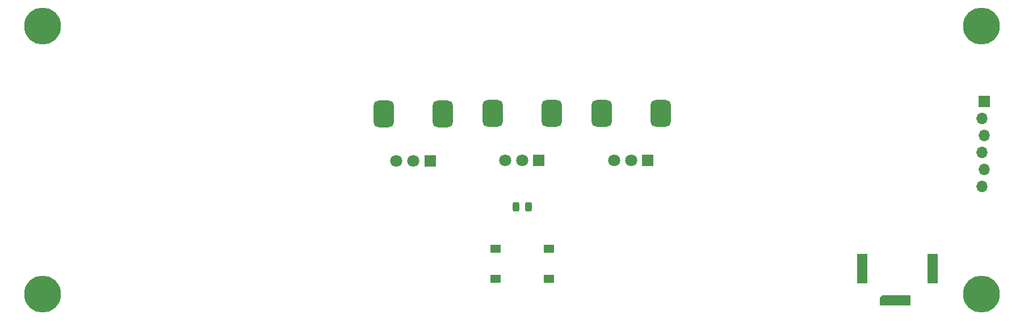
<source format=gbr>
%TF.GenerationSoftware,KiCad,Pcbnew,7.0.2-0*%
%TF.CreationDate,2023-07-03T21:11:49-04:00*%
%TF.ProjectId,controller,636f6e74-726f-46c6-9c65-722e6b696361,rev?*%
%TF.SameCoordinates,Original*%
%TF.FileFunction,Soldermask,Bot*%
%TF.FilePolarity,Negative*%
%FSLAX46Y46*%
G04 Gerber Fmt 4.6, Leading zero omitted, Abs format (unit mm)*
G04 Created by KiCad (PCBNEW 7.0.2-0) date 2023-07-03 21:11:49*
%MOMM*%
%LPD*%
G01*
G04 APERTURE LIST*
G04 Aperture macros list*
%AMRoundRect*
0 Rectangle with rounded corners*
0 $1 Rounding radius*
0 $2 $3 $4 $5 $6 $7 $8 $9 X,Y pos of 4 corners*
0 Add a 4 corners polygon primitive as box body*
4,1,4,$2,$3,$4,$5,$6,$7,$8,$9,$2,$3,0*
0 Add four circle primitives for the rounded corners*
1,1,$1+$1,$2,$3*
1,1,$1+$1,$4,$5*
1,1,$1+$1,$6,$7*
1,1,$1+$1,$8,$9*
0 Add four rect primitives between the rounded corners*
20,1,$1+$1,$2,$3,$4,$5,0*
20,1,$1+$1,$4,$5,$6,$7,0*
20,1,$1+$1,$6,$7,$8,$9,0*
20,1,$1+$1,$8,$9,$2,$3,0*%
%AMOutline5P*
0 Free polygon, 5 corners , with rotation*
0 The origin of the aperture is its center*
0 number of corners: always 5*
0 $1 to $10 corner X, Y*
0 $11 Rotation angle, in degrees counterclockwise*
0 create outline with 5 corners*
4,1,5,$1,$2,$3,$4,$5,$6,$7,$8,$9,$10,$1,$2,$11*%
%AMOutline6P*
0 Free polygon, 6 corners , with rotation*
0 The origin of the aperture is its center*
0 number of corners: always 6*
0 $1 to $12 corner X, Y*
0 $13 Rotation angle, in degrees counterclockwise*
0 create outline with 6 corners*
4,1,6,$1,$2,$3,$4,$5,$6,$7,$8,$9,$10,$11,$12,$1,$2,$13*%
%AMOutline7P*
0 Free polygon, 7 corners , with rotation*
0 The origin of the aperture is its center*
0 number of corners: always 7*
0 $1 to $14 corner X, Y*
0 $15 Rotation angle, in degrees counterclockwise*
0 create outline with 7 corners*
4,1,7,$1,$2,$3,$4,$5,$6,$7,$8,$9,$10,$11,$12,$13,$14,$1,$2,$15*%
%AMOutline8P*
0 Free polygon, 8 corners , with rotation*
0 The origin of the aperture is its center*
0 number of corners: always 8*
0 $1 to $16 corner X, Y*
0 $17 Rotation angle, in degrees counterclockwise*
0 create outline with 8 corners*
4,1,8,$1,$2,$3,$4,$5,$6,$7,$8,$9,$10,$11,$12,$13,$14,$15,$16,$1,$2,$17*%
G04 Aperture macros list end*
%ADD10C,5.500000*%
%ADD11R,1.700000X1.700000*%
%ADD12O,1.700000X1.700000*%
%ADD13R,1.800000X1.800000*%
%ADD14C,1.800000*%
%ADD15RoundRect,0.750000X0.750000X-1.250000X0.750000X1.250000X-0.750000X1.250000X-0.750000X-1.250000X0*%
%ADD16RoundRect,0.243750X-0.243750X-0.456250X0.243750X-0.456250X0.243750X0.456250X-0.243750X0.456250X0*%
%ADD17R,1.500000X4.500000*%
%ADD18Outline5P,-0.750000X2.250000X0.750000X2.250000X0.750000X-2.250000X-0.450000X-2.250000X-0.750000X-1.950000X270.000000*%
%ADD19R,1.550000X1.300000*%
G04 APERTURE END LIST*
D10*
%TO.C,H3*%
X145000000Y-45000000D03*
%TD*%
%TO.C,H1*%
X5000000Y-5000000D03*
%TD*%
D11*
%TO.C,J6*%
X145400000Y-16250000D03*
D12*
X145100000Y-18790000D03*
X145400000Y-21330000D03*
X145100000Y-23870000D03*
X145400000Y-26410000D03*
X145100000Y-28950000D03*
%TD*%
D10*
%TO.C,H2*%
X145000000Y-5000000D03*
%TD*%
%TO.C,H4*%
X5000000Y-45000000D03*
%TD*%
D13*
%TO.C,RV3*%
X62750000Y-25100000D03*
D14*
X60250000Y-25100000D03*
X57750000Y-25100000D03*
D15*
X55850000Y-18100000D03*
X64650000Y-18100000D03*
%TD*%
D13*
%TO.C,RV1*%
X95250000Y-25050000D03*
D14*
X92750000Y-25050000D03*
X90250000Y-25050000D03*
D15*
X88350000Y-18050000D03*
X97150000Y-18050000D03*
%TD*%
D13*
%TO.C,RV2*%
X79000000Y-25050000D03*
D14*
X76500000Y-25050000D03*
X74000000Y-25050000D03*
D15*
X72100000Y-18050000D03*
X80900000Y-18050000D03*
%TD*%
D16*
%TO.C,D1*%
X75562500Y-32000000D03*
X77437500Y-32000000D03*
%TD*%
D17*
%TO.C,J2*%
X127250000Y-41250000D03*
X137750000Y-41250000D03*
D18*
X132150000Y-45950000D03*
%TD*%
D19*
%TO.C,SW1*%
X80475000Y-38250000D03*
X72525000Y-38250000D03*
X80475000Y-42750000D03*
X72525000Y-42750000D03*
%TD*%
M02*

</source>
